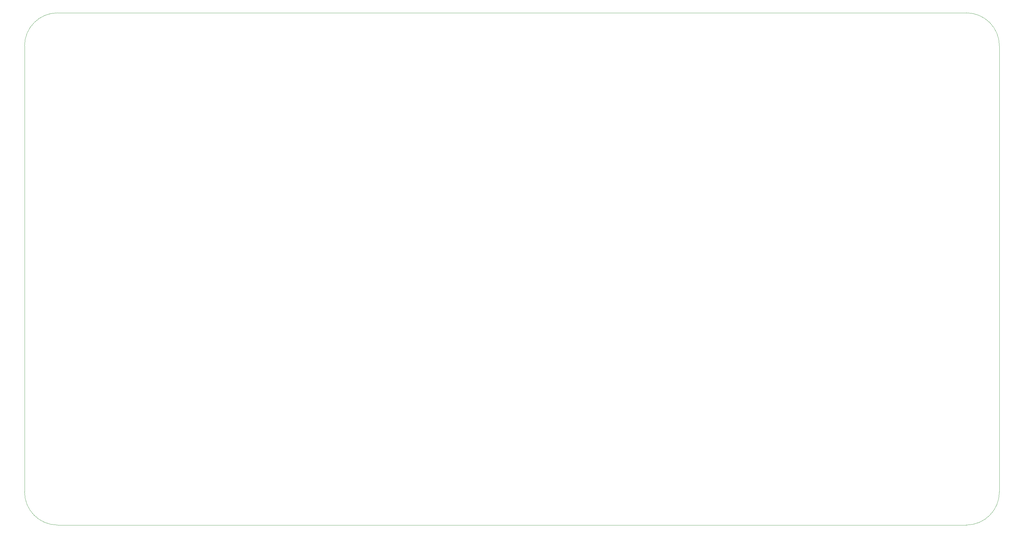
<source format=gm1>
%TF.GenerationSoftware,KiCad,Pcbnew,(6.0.4)*%
%TF.CreationDate,2022-10-26T00:34:33-04:00*%
%TF.ProjectId,Music_Visualizer,4d757369-635f-4566-9973-75616c697a65,rev?*%
%TF.SameCoordinates,Original*%
%TF.FileFunction,Profile,NP*%
%FSLAX46Y46*%
G04 Gerber Fmt 4.6, Leading zero omitted, Abs format (unit mm)*
G04 Created by KiCad (PCBNEW (6.0.4)) date 2022-10-26 00:34:33*
%MOMM*%
%LPD*%
G01*
G04 APERTURE LIST*
%TA.AperFunction,Profile*%
%ADD10C,0.100000*%
%TD*%
G04 APERTURE END LIST*
D10*
X60000000Y-170000000D02*
X60000000Y-35000000D01*
X355000000Y-170000000D02*
X355000000Y-35000000D01*
X345000000Y-180000000D02*
X75000000Y-180000000D01*
X60000000Y-170000000D02*
G75*
G03*
X70000000Y-180000000I10000000J0D01*
G01*
X70000000Y-25000000D02*
X345000000Y-25000000D01*
X355000000Y-35000000D02*
G75*
G03*
X345000000Y-25000000I-10000000J0D01*
G01*
X70000000Y-25000000D02*
G75*
G03*
X60000000Y-35000000I0J-10000000D01*
G01*
X345000000Y-180000000D02*
G75*
G03*
X355000000Y-170000000I0J10000000D01*
G01*
X75000000Y-180000000D02*
X70000000Y-180000000D01*
M02*

</source>
